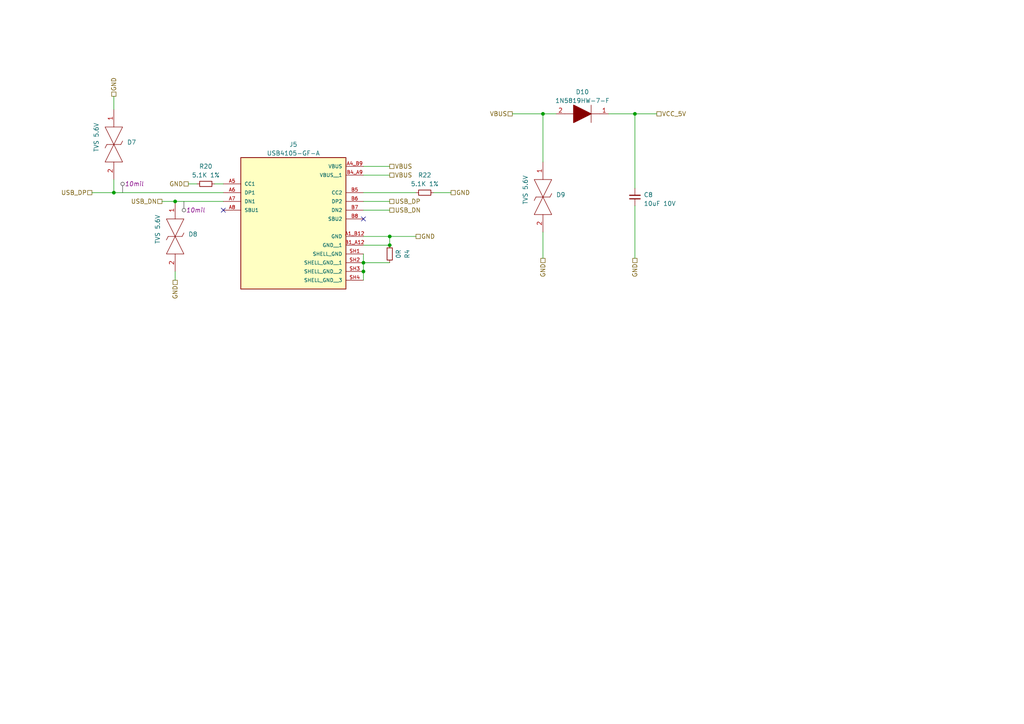
<source format=kicad_sch>
(kicad_sch (version 20230121) (generator eeschema)
  (paper "A4")
  (lib_symbols
    (symbol "Device:C_Small" (pin_numbers hide) (pin_names (offset 0.254) hide)
      (property "Reference" "C" (at 0.254 1.778 0))
      (property "Value" "C_Small" (at 0.254 -2.032 0))
      (symbol "C_Small_0_1"
        (polyline (pts (xy -1.524 -0.508) (xy 1.524 -0.508)) (stroke (width 0.3302)))
        (polyline (pts (xy -1.524 0.508) (xy 1.524 0.508)) (stroke (width 0.3048)))
      )
      (symbol "C_Small_1_1"
        (pin passive line (at 0 2.54 270) (length 2.032) (name "~") (number "1"))
        (pin passive line (at 0 -2.54 90) (length 2.032) (name "~") (number "2"))
      )
    )
    (symbol "Device:R_Small" (pin_numbers hide) (pin_names (offset 0.254) hide)
      (property "Reference" "R" (at 0.762 0.508 0))
      (property "Value" "R_Small" (at 0.762 -1.016 0))
      (symbol "R_Small_0_1"
        (rectangle (start -0.762 1.778) (end 0.762 -1.778) (stroke (width 0.2032)))
      )
      (symbol "R_Small_1_1"
        (pin passive line (at 0 2.54 270) (length 0.762) (name "~") (number "1"))
        (pin passive line (at 0 -2.54 90) (length 0.762) (name "~") (number "2"))
      )
    )
    (symbol "SamacSys_Parts:1N5819HW-7-F" (pin_names (offset 0.762))
      (property "Reference" "D" (at 11.43 5.08 0))
      (property "Value" "1N5819HW-7-F" (at 11.43 2.54 0))
      (symbol "1N5819HW-7-F_0_0"
        (pin passive line (at 0 0 0) (length 2.54) (name "~") (number "1"))
        (pin passive line (at 15.24 0 180) (length 2.54) (name "~") (number "2"))
      )
      (symbol "1N5819HW-7-F_0_1"
        (polyline (pts (xy 2.54 0) (xy 5.08 0)) (stroke (width 0.1524)))
        (polyline (pts (xy 5.08 2.54) (xy 5.08 -2.54)) (stroke (width 0.1524)))
        (polyline (pts (xy 10.16 0) (xy 12.7 0)) (stroke (width 0.1524)))
        (polyline (pts (xy 5.08 0) (xy 10.16 2.54) (xy 10.16 -2.54) (xy 5.08 0)) (stroke (width 0.254)) (fill (type outline)))
      )
    )
    (symbol "SamacSys_Parts:CPDUC5V0R-HF" (pin_names (offset 0.762))
      (property "Reference" "D" (at 12.7 8.89 0))
      (property "Value" "CPDUC5V0R-HF" (at 12.7 6.35 0))
      (symbol "CPDUC5V0R-HF_0_0"
        (pin passive line (at 0 0 0) (length 5.08) (name "~") (number "1"))
        (pin passive line (at 20.32 0 180) (length 5.08) (name "~") (number "2"))
      )
      (symbol "CPDUC5V0R-HF_0_1"
        (polyline (pts (xy 9.144 2.54) (xy 10.16 2.032)) (stroke (width 0.1524)))
        (polyline (pts (xy 10.16 -2.032) (xy 10.16 2.032)) (stroke (width 0.1524)))
        (polyline (pts (xy 10.16 -2.032) (xy 11.176 -2.54)) (stroke (width 0.1524)))
        (polyline (pts (xy 10.16 0) (xy 5.08 -2.54) (xy 5.08 2.54) (xy 10.16 0)) (stroke (width 0.1524)))
        (polyline (pts (xy 10.16 0) (xy 15.24 -2.54) (xy 15.24 2.54) (xy 10.16 0)) (stroke (width 0.1524)))
      )
    )
    (symbol "USB4105-GF-A:USB4105-GF-A" (pin_names (offset 1.016))
      (property "Reference" "J" (at -15.24 13.97 0))
      (property "Value" "USB4105-GF-A" (at -15.24 -27.94 0))
      (symbol "USB4105-GF-A_0_0"
        (rectangle (start -15.24 -25.4) (end 15.24 12.7) (stroke (width 0.254)) (fill (type background)))
        (pin power_in line (at 20.32 -10.16 180) (length 5.08) (name "GND") (number "A1_B12"))
        (pin power_in line (at 20.32 10.16 180) (length 5.08) (name "VBUS") (number "A4_B9"))
        (pin bidirectional line (at -20.32 5.08 0) (length 5.08) (name "CC1") (number "A5"))
        (pin bidirectional line (at -20.32 2.54 0) (length 5.08) (name "DP1") (number "A6"))
        (pin bidirectional line (at -20.32 0 0) (length 5.08) (name "DN1") (number "A7"))
        (pin bidirectional line (at -20.32 -2.54 0) (length 5.08) (name "SBU1") (number "A8"))
        (pin power_in line (at 20.32 -12.7 180) (length 5.08) (name "GND__1") (number "B1_A12"))
        (pin power_in line (at 20.32 7.62 180) (length 5.08) (name "VBUS__1") (number "B4_A9"))
        (pin bidirectional line (at 20.32 2.54 180) (length 5.08) (name "CC2") (number "B5"))
        (pin bidirectional line (at 20.32 0 180) (length 5.08) (name "DP2") (number "B6"))
        (pin bidirectional line (at 20.32 -2.54 180) (length 5.08) (name "DN2") (number "B7"))
        (pin bidirectional line (at 20.32 -5.08 180) (length 5.08) (name "SBU2") (number "B8"))
        (pin power_in line (at 20.32 -15.24 180) (length 5.08) (name "SHELL_GND") (number "SH1"))
        (pin power_in line (at 20.32 -17.78 180) (length 5.08) (name "SHELL_GND__1") (number "SH2"))
        (pin power_in line (at 20.32 -20.32 180) (length 5.08) (name "SHELL_GND__2") (number "SH3"))
        (pin power_in line (at 20.32 -22.86 180) (length 5.08) (name "SHELL_GND__3") (number "SH4"))
      )
    )
  )
  (junction (at 105.41 78.74))
  (junction (at 157.48 33.02))
  (junction (at 184.15 33.02))
  (junction (at 33.02 55.88))
  (junction (at 113.03 68.58))
  (junction (at 50.8 58.42))
  (junction (at 105.41 76.2))
  (junction (at 113.03 71.12))
  (no_connect (at 64.77 60.96))
  (no_connect (at 105.41 63.5))
  (wire (pts (xy 184.15 33.02) (xy 184.15 54.61)))
  (wire (pts (xy 50.8 58.42) (xy 64.77 58.42)))
  (wire (pts (xy 184.15 33.02) (xy 190.5 33.02)))
  (wire (pts (xy 105.41 76.2) (xy 113.03 76.2)))
  (wire (pts (xy 62.23 53.34) (xy 64.77 53.34)))
  (wire (pts (xy 176.53 33.02) (xy 184.15 33.02)))
  (wire (pts (xy 105.41 71.12) (xy 113.03 71.12)))
  (wire (pts (xy 26.67 55.88) (xy 33.02 55.88)))
  (wire (pts (xy 184.15 59.69) (xy 184.15 74.93)))
  (wire (pts (xy 125.73 55.88) (xy 130.81 55.88)))
  (wire (pts (xy 105.41 76.2) (xy 105.41 78.74)))
  (wire (pts (xy 105.41 48.26) (xy 113.03 48.26)))
  (wire (pts (xy 105.41 78.74) (xy 105.41 81.28)))
  (wire (pts (xy 33.02 27.94) (xy 33.02 31.75)))
  (wire (pts (xy 148.59 33.02) (xy 157.48 33.02)))
  (wire (pts (xy 50.8 78.74) (xy 50.8 81.28)))
  (wire (pts (xy 46.99 58.42) (xy 50.8 58.42)))
  (wire (pts (xy 105.41 68.58) (xy 113.03 68.58)))
  (wire (pts (xy 33.02 55.88) (xy 64.77 55.88)))
  (wire (pts (xy 157.48 33.02) (xy 157.48 46.99)))
  (wire (pts (xy 54.61 53.34) (xy 57.15 53.34)))
  (wire (pts (xy 105.41 55.88) (xy 120.65 55.88)))
  (wire (pts (xy 157.48 67.31) (xy 157.48 74.93)))
  (wire (pts (xy 33.02 52.07) (xy 33.02 55.88)))
  (wire (pts (xy 105.41 50.8) (xy 113.03 50.8)))
  (wire (pts (xy 113.03 68.58) (xy 120.65 68.58)))
  (wire (pts (xy 105.41 60.96) (xy 113.03 60.96)))
  (wire (pts (xy 105.41 58.42) (xy 113.03 58.42)))
  (wire (pts (xy 113.03 68.58) (xy 113.03 71.12)))
  (wire (pts (xy 105.41 73.66) (xy 105.41 76.2)))
  (wire (pts (xy 157.48 33.02) (xy 161.29 33.02)))
  (hierarchical_label "VBUS" (shape passive) (at 113.03 48.26 0))
  (hierarchical_label "VCC_5V" (shape passive) (at 190.5 33.02 0))
  (hierarchical_label "GND" (shape passive) (at 184.15 74.93 270))
  (hierarchical_label "USB_DN" (shape passive) (at 113.03 60.96 0))
  (hierarchical_label "GND" (shape passive) (at 120.65 68.58 0))
  (hierarchical_label "VBUS" (shape passive) (at 113.03 50.8 0))
  (hierarchical_label "VBUS" (shape passive) (at 148.59 33.02 180))
  (hierarchical_label "USB_DP" (shape passive) (at 113.03 58.42 0))
  (hierarchical_label "GND" (shape passive) (at 130.81 55.88 0))
  (hierarchical_label "GND" (shape passive) (at 50.8 81.28 270))
  (hierarchical_label "GND" (shape passive) (at 157.48 74.93 270))
  (hierarchical_label "USB_DN" (shape passive) (at 46.99 58.42 180))
  (hierarchical_label "GND" (shape passive) (at 33.02 27.94 90))
  (hierarchical_label "USB_DP" (shape passive) (at 26.67 55.88 180))
  (hierarchical_label "GND" (shape passive) (at 54.61 53.34 180))
  (netclass_flag "" (length 2.54) (shape round) (at 35.56 55.88 0) (property "Netclass" "10mil" (at 36.1696 53.34 0) (effects (font italic) (justify left))))
  (netclass_flag "" (length 2.54) (shape round) (at 53.34 58.42 180) (property "Netclass" "10mil" (at 53.9496 60.96 0) (effects (font italic) (justify left))))
  (symbol (lib_id "USB4105-GF-A:USB4105-GF-A") (at 85.09 58.42 0) (unit 1)
    (property "Reference" "J5" (at 85.09 41.91 0))
    (property "Value" "USB4105-GF-A" (at 85.09 44.45 0))
    (property "Footprint" "DIY:GCT_USB4105-GF-A" (effects hide))
    (property "Datasheet" "https://mm.digikey.com/Volume0/opasdata/d220001/medias/docus/5492/USB4105.pdf" (effects hide))
    (property "PARTREV" "B4" (effects hide))
    (property "STANDARD" "Manufacturer Recommendations" (effects hide))
    (property "MAXIMUM_PACKAGE_HEIGHT" "3.31 mm" (effects hide))
    (property "MANUFACTURER" "GCT" (effects hide))
    (property "Description" "CONN RCP USB2.0 TYP C 24P SMD RA" (effects hide))
    (property "Manufacturer_Name" "GCT" (effects hide))
    (property "Manufacturer_Part_Number" "USB4105-GF-A" (effects hide))
    (instances (project "a1s-mini" (path "" (reference "J5") (unit 1)) (path "" (reference "J6") (unit 1))))
  )
  (symbol (lib_id "Device:R_Small") (at 123.19 55.88 90) (unit 1)
    (property "Reference" "R22" (at 123.19 50.8 90))
    (property "Value" "5.1K 1%" (at 123.19 53.34 90))
    (property "Footprint" "Resistor_SMD:R_0603_1608Metric" (effects hide))
    (property "Datasheet" "https://www.yageo.com/upload/media/product/products/datasheet/rchip/PYu-RC_Group_51_RoHS_L_12.pdf" (effects hide))
    (property "Description" "RES 5.1K OHM 1% 1/10W 0603" (effects hide))
    (property "Manufacturer_Name" "YAGEO" (effects hide))
    (property "Manufacturer_Part_Number" "RC0603FR-075K1L" (effects hide))
    (instances (project "a1s-mini" (path "" (reference "R22") (unit 1)) (path "" (reference "R30") (unit 1))))
  )
  (symbol (lib_id "Device:R_Small") (at 113.03 73.66 0) (mirror x) (unit 1)
    (property "Reference" "R4" (at 118.11 73.66 90))
    (property "Value" "0R" (at 115.57 73.66 90))
    (property "Footprint" "Resistor_SMD:R_0603_1608Metric" (effects hide))
    (property "Datasheet" "https://www.seielect.com/catalog/sei-rmcf_rmcp.pdf" (effects hide))
    (property "Description" "RES 0 OHM JUMPER 1/10W 0603" (effects hide))
    (property "Manufacturer_Name" "StackPole Electronics" (effects hide))
    (property "Manufacturer_Part_Number" "RMCF0603ZT0R00" (effects hide))
    (instances (project "a1s-mini" (path "" (reference "R4") (unit 1)) (path "" (reference "R10") (unit 1)) (path "" (reference "R21") (unit 1)) (path "" (reference "R29") (unit 1))))
  )
  (symbol (lib_id "SamacSys_Parts:1N5819HW-7-F") (at 176.53 33.02 180) (unit 1)
    (property "Reference" "D10" (at 168.91 26.67 0))
    (property "Value" "1N5819HW-7-F" (at 168.91 29.21 0))
    (property "Footprint" "Diode_SMD:D_SOD-123" (effects hide))
    (property "Datasheet" "https://www.diodes.com//assets/Datasheets/1N5819HW.pdf" (effects hide))
    (property "Description" "DIODE SCHOTTKY 40V 1A SOD123" (effects hide))
    (property "Height" "1.45" (effects hide))
    (property "Manufacturer_Name" "Diodes Incorporated" (effects hide))
    (property "Manufacturer_Part_Number" "1N5819HW-7-F" (effects hide))
    (property "Mouser Part Number" "621-1N5819HW-F" (effects hide))
    (property "Mouser Price/Stock" "https://www.mouser.co.uk/ProductDetail/Diodes-Incorporated/1N5819HW-7-F?qs=NQ47qNm99eDyWTEd07miYA%3D%3D" (effects hide))
    (property "Arrow Part Number" "1N5819HW-7-F" (effects hide))
    (property "Arrow Price/Stock" "https://www.arrow.com/en/products/1n5819hw-7-f/diodes-incorporated?utm_currency=USD&region=nac" (effects hide))
    (instances (project "a1s-mini" (path "" (reference "D10") (unit 1)) (path "" (reference "D14") (unit 1))))
  )
  (symbol (lib_id "SamacSys_Parts:CPDUC5V0R-HF") (at 50.8 58.42 270) (unit 1)
    (property "Reference" "D8" (at 54.61 67.945 90) (effects (justify left)))
    (property "Value" "TVS 5.6V" (at 45.72 62.23 0) (effects (justify left)))
    (property "Footprint" "CPDUC5V0RHF" (effects hide))
    (property "Datasheet" "https://www.mouser.in/datasheet/2/80/CPDxx5V0R_HF_Series_RevC661473-2505247.pdf" (effects hide))
    (property "Description" "TVS DIODE 5VWM 12V 0603C/SOD523F" (effects hide))
    (property "Height" "0.55" (effects hide))
    (property "Manufacturer_Name" "Comchip Technology" (effects hide))
    (property "Manufacturer_Part_Number" "CPDUC5V0R-HF" (effects hide))
    (property "Mouser Part Number" "750-CPDUC5V0R-HF" (effects hide))
    (property "Mouser Price/Stock" "https://www.mouser.co.uk/ProductDetail/Comchip-Technology/CPDUC5V0R-HF?qs=3gH8J%2F4PzR9qrxpBeFVHVA%3D%3D" (effects hide))
    (property "Arrow Part Number" "CPDUC5V0R-HF" (effects hide))
    (property "Arrow Price/Stock" "https://www.arrow.com/en/products/cpduc5v0r-hf/comchip-technology?utm_currency=USD&region=nac" (effects hide))
    (instances (project "a1s-mini" (path "" (reference "D8") (unit 1)) (path "" (reference "D12") (unit 1))))
  )
  (symbol (lib_id "Device:R_Small") (at 59.69 53.34 90) (unit 1)
    (property "Reference" "R20" (at 59.69 48.26 90))
    (property "Value" "5.1K 1%" (at 59.69 50.8 90))
    (property "Footprint" "Resistor_SMD:R_0603_1608Metric" (effects hide))
    (property "Datasheet" "https://www.yageo.com/upload/media/product/products/datasheet/rchip/PYu-RC_Group_51_RoHS_L_12.pdf" (effects hide))
    (property "Description" "RES 5.1K OHM 1% 1/10W 0603" (effects hide))
    (property "Manufacturer_Name" "YAGEO" (effects hide))
    (property "Manufacturer_Part_Number" "RC0603FR-075K1L" (effects hide))
    (instances (project "a1s-mini" (path "" (reference "R20") (unit 1)) (path "" (reference "R28") (unit 1))))
  )
  (symbol (lib_id "SamacSys_Parts:CPDUC5V0R-HF") (at 157.48 46.99 270) (unit 1)
    (property "Reference" "D9" (at 161.29 56.515 90) (effects (justify left)))
    (property "Value" "TVS 5.6V" (at 152.4 50.8 0) (effects (justify left)))
    (property "Footprint" "CPDUC5V0RHF" (effects hide))
    (property "Datasheet" "https://www.mouser.in/datasheet/2/80/CPDxx5V0R_HF_Series_RevC661473-2505247.pdf" (effects hide))
    (property "Description" "TVS DIODE 5VWM 12V 0603C/SOD523F" (effects hide))
    (property "Height" "0.55" (effects hide))
    (property "Manufacturer_Name" "Comchip Technology" (effects hide))
    (property "Manufacturer_Part_Number" "CPDUC5V0R-HF" (effects hide))
    (property "Mouser Part Number" "750-CPDUC5V0R-HF" (effects hide))
    (property "Mouser Price/Stock" "https://www.mouser.co.uk/ProductDetail/Comchip-Technology/CPDUC5V0R-HF?qs=3gH8J%2F4PzR9qrxpBeFVHVA%3D%3D" (effects hide))
    (property "Arrow Part Number" "CPDUC5V0R-HF" (effects hide))
    (property "Arrow Price/Stock" "https://www.arrow.com/en/products/cpduc5v0r-hf/comchip-technology?utm_currency=USD&region=nac" (effects hide))
    (instances (project "a1s-mini" (path "" (reference "D9") (unit 1)) (path "" (reference "D13") (unit 1))))
  )
  (symbol (lib_id "Device:C_Small") (at 184.15 57.15 180) (unit 1)
    (property "Reference" "C8" (at 186.69 56.5086 0) (effects (justify right)))
    (property "Value" "10uF 10V" (at 186.69 59.0486 0) (effects (justify right)))
    (property "Footprint" "Capacitor_SMD:C_0603_1608Metric" (effects hide))
    (property "Datasheet" "https://mm.digikey.com/Volume0/opasdata/d220001/medias/docus/43/CL10A106KP8NNNC_Spec.pdf" (effects hide))
    (property "Description" "CAP CER 10UF 10V X5R 0603" (effects hide))
    (property "Manufacturer_Name" "Samsung Electro-Mechanics" (effects hide))
    (property "Manufacturer_Part_Number" "CL10A106KP8NNNC" (effects hide))
    (instances (project "a1s-mini" (path "" (reference "C8") (unit 1)) (path "" (reference "C11") (unit 1)) (path "" (reference "C12") (unit 1)) (path "" (reference "C15") (unit 1))))
  )
  (symbol (lib_id "SamacSys_Parts:CPDUC5V0R-HF") (at 33.02 31.75 270) (unit 1)
    (property "Reference" "D7" (at 36.83 41.275 90) (effects (justify left)))
    (property "Value" "TVS 5.6V" (at 27.94 35.56 0) (effects (justify left)))
    (property "Footprint" "CPDUC5V0RHF" (effects hide))
    (property "Datasheet" "https://www.mouser.in/datasheet/2/80/CPDxx5V0R_HF_Series_RevC661473-2505247.pdf" (effects hide))
    (property "Description" "TVS DIODE 5VWM 12V 0603C/SOD523F" (effects hide))
    (property "Height" "0.55" (effects hide))
    (property "Manufacturer_Name" "Comchip Technology" (effects hide))
    (property "Manufacturer_Part_Number" "CPDUC5V0R-HF" (effects hide))
    (property "Mouser Part Number" "750-CPDUC5V0R-HF" (effects hide))
    (property "Mouser Price/Stock" "https://www.mouser.co.uk/ProductDetail/Comchip-Technology/CPDUC5V0R-HF?qs=3gH8J%2F4PzR9qrxpBeFVHVA%3D%3D" (effects hide))
    (property "Arrow Part Number" "CPDUC5V0R-HF" (effects hide))
    (property "Arrow Price/Stock" "https://www.arrow.com/en/products/cpduc5v0r-hf/comchip-technology?utm_currency=USD&region=nac" (effects hide))
    (instances (project "a1s-mini" (path "" (reference "D7") (unit 1)) (path "" (reference "D11") (unit 1))))
  )
)
</source>
